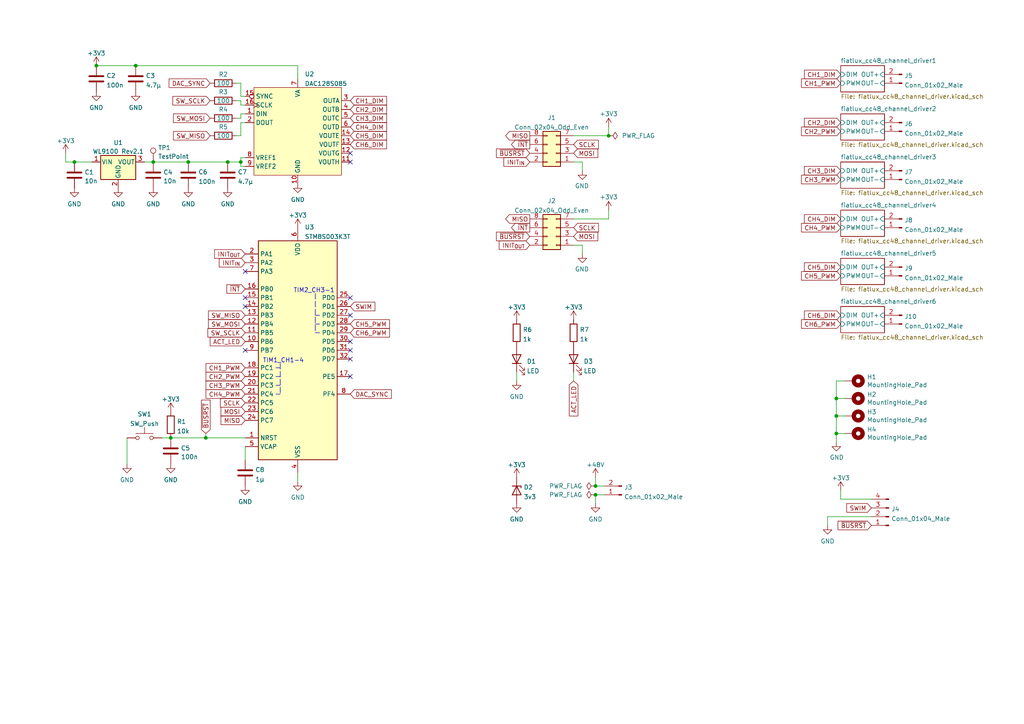
<source format=kicad_sch>
(kicad_sch (version 20211123) (generator eeschema)
  (paper "A4")
  (lib_symbols
    (symbol "Connector:Conn_01x02_Male" (pin_names (offset 1.016) hide)
      (property "Reference" "J" (at 0 2.54 0))
      (property "Value" "Conn_01x02_Male" (at 0 -5.08 0))
      (symbol "Conn_01x02_Male_1_1"
        (polyline (pts (xy 1.27 -2.54) (xy 0.8636 -2.54)) (stroke (width 0.1524)))
        (polyline (pts (xy 1.27 0) (xy 0.8636 0)) (stroke (width 0.1524)))
        (rectangle (start 0.8636 -2.413) (end 0 -2.667) (stroke (width 0.1524)) (fill (type outline)))
        (rectangle (start 0.8636 0.127) (end 0 -0.127) (stroke (width 0.1524)) (fill (type outline)))
        (pin passive line (at 5.08 0 180) (length 3.81) (name "Pin_1") (number "1"))
        (pin passive line (at 5.08 -2.54 180) (length 3.81) (name "Pin_2") (number "2"))
      )
    )
    (symbol "Connector:Conn_01x04_Male" (pin_names (offset 1.016) hide)
      (property "Reference" "J" (at 0 5.08 0))
      (property "Value" "Conn_01x04_Male" (at 0 -7.62 0))
      (symbol "Conn_01x04_Male_1_1"
        (polyline (pts (xy 1.27 -5.08) (xy 0.8636 -5.08)) (stroke (width 0.1524)))
        (polyline (pts (xy 1.27 -2.54) (xy 0.8636 -2.54)) (stroke (width 0.1524)))
        (polyline (pts (xy 1.27 0) (xy 0.8636 0)) (stroke (width 0.1524)))
        (polyline (pts (xy 1.27 2.54) (xy 0.8636 2.54)) (stroke (width 0.1524)))
        (rectangle (start 0.8636 -4.953) (end 0 -5.207) (stroke (width 0.1524)) (fill (type outline)))
        (rectangle (start 0.8636 -2.413) (end 0 -2.667) (stroke (width 0.1524)) (fill (type outline)))
        (rectangle (start 0.8636 0.127) (end 0 -0.127) (stroke (width 0.1524)) (fill (type outline)))
        (rectangle (start 0.8636 2.667) (end 0 2.413) (stroke (width 0.1524)) (fill (type outline)))
        (pin passive line (at 5.08 2.54 180) (length 3.81) (name "Pin_1") (number "1"))
        (pin passive line (at 5.08 0 180) (length 3.81) (name "Pin_2") (number "2"))
        (pin passive line (at 5.08 -2.54 180) (length 3.81) (name "Pin_3") (number "3"))
        (pin passive line (at 5.08 -5.08 180) (length 3.81) (name "Pin_4") (number "4"))
      )
    )
    (symbol "Connector:TestPoint" (pin_numbers hide) (pin_names (offset 0.762) hide)
      (property "Reference" "TP" (at 0 6.858 0))
      (property "Value" "TestPoint" (at 0 5.08 0))
      (symbol "TestPoint_0_1"
        (circle (center 0 3.302) (radius 0.762))
      )
      (symbol "TestPoint_1_1"
        (pin passive line (at 0 0 90) (length 2.54) (name "1") (number "1"))
      )
    )
    (symbol "Connector_Generic:Conn_02x04_Odd_Even" (pin_names (offset 1.016) hide)
      (property "Reference" "J" (at 1.27 5.08 0))
      (property "Value" "Conn_02x04_Odd_Even" (at 1.27 -7.62 0))
      (symbol "Conn_02x04_Odd_Even_1_1"
        (rectangle (start -1.27 -4.953) (end 0 -5.207) (stroke (width 0.1524)))
        (rectangle (start -1.27 -2.413) (end 0 -2.667) (stroke (width 0.1524)))
        (rectangle (start -1.27 0.127) (end 0 -0.127) (stroke (width 0.1524)))
        (rectangle (start -1.27 2.667) (end 0 2.413) (stroke (width 0.1524)))
        (rectangle (start -1.27 3.81) (end 3.81 -6.35) (stroke (width 0.254)) (fill (type background)))
        (rectangle (start 3.81 -4.953) (end 2.54 -5.207) (stroke (width 0.1524)))
        (rectangle (start 3.81 -2.413) (end 2.54 -2.667) (stroke (width 0.1524)))
        (rectangle (start 3.81 0.127) (end 2.54 -0.127) (stroke (width 0.1524)))
        (rectangle (start 3.81 2.667) (end 2.54 2.413) (stroke (width 0.1524)))
        (pin passive line (at -5.08 2.54 0) (length 3.81) (name "Pin_1") (number "1"))
        (pin passive line (at 7.62 2.54 180) (length 3.81) (name "Pin_2") (number "2"))
        (pin passive line (at -5.08 0 0) (length 3.81) (name "Pin_3") (number "3"))
        (pin passive line (at 7.62 0 180) (length 3.81) (name "Pin_4") (number "4"))
        (pin passive line (at -5.08 -2.54 0) (length 3.81) (name "Pin_5") (number "5"))
        (pin passive line (at 7.62 -2.54 180) (length 3.81) (name "Pin_6") (number "6"))
        (pin passive line (at -5.08 -5.08 0) (length 3.81) (name "Pin_7") (number "7"))
        (pin passive line (at 7.62 -5.08 180) (length 3.81) (name "Pin_8") (number "8"))
      )
    )
    (symbol "Device:C" (pin_numbers hide) (pin_names (offset 0.254))
      (property "Reference" "C" (at 0.635 2.54 0))
      (property "Value" "C" (at 0.635 -2.54 0))
      (symbol "C_0_1"
        (polyline (pts (xy -2.032 -0.762) (xy 2.032 -0.762)) (stroke (width 0.508)))
        (polyline (pts (xy -2.032 0.762) (xy 2.032 0.762)) (stroke (width 0.508)))
      )
      (symbol "C_1_1"
        (pin passive line (at 0 3.81 270) (length 2.794) (name "~") (number "1"))
        (pin passive line (at 0 -3.81 90) (length 2.794) (name "~") (number "2"))
      )
    )
    (symbol "Device:D_Zener" (pin_numbers hide) (pin_names (offset 1.016) hide)
      (property "Reference" "D" (at 0 2.54 0))
      (property "Value" "D_Zener" (at 0 -2.54 0))
      (symbol "D_Zener_0_1"
        (polyline (pts (xy 1.27 0) (xy -1.27 0)))
        (polyline (pts (xy -1.27 -1.27) (xy -1.27 1.27) (xy -0.762 1.27)) (stroke (width 0.254)))
        (polyline (pts (xy 1.27 -1.27) (xy 1.27 1.27) (xy -1.27 0) (xy 1.27 -1.27)) (stroke (width 0.254)))
      )
      (symbol "D_Zener_1_1"
        (pin passive line (at -3.81 0 0) (length 2.54) (name "K") (number "1"))
        (pin passive line (at 3.81 0 180) (length 2.54) (name "A") (number "2"))
      )
    )
    (symbol "Device:LED" (pin_numbers hide) (pin_names (offset 1.016) hide)
      (property "Reference" "D" (at 0 2.54 0))
      (property "Value" "LED" (at 0 -2.54 0))
      (symbol "LED_0_1"
        (polyline (pts (xy -1.27 -1.27) (xy -1.27 1.27)) (stroke (width 0.254)))
        (polyline (pts (xy -1.27 0) (xy 1.27 0)))
        (polyline (pts (xy 1.27 -1.27) (xy 1.27 1.27) (xy -1.27 0) (xy 1.27 -1.27)) (stroke (width 0.254)))
        (polyline (pts (xy -3.048 -0.762) (xy -4.572 -2.286) (xy -3.81 -2.286) (xy -4.572 -2.286) (xy -4.572 -1.524)))
        (polyline (pts (xy -1.778 -0.762) (xy -3.302 -2.286) (xy -2.54 -2.286) (xy -3.302 -2.286) (xy -3.302 -1.524)))
      )
      (symbol "LED_1_1"
        (pin passive line (at -3.81 0 0) (length 2.54) (name "K") (number "1"))
        (pin passive line (at 3.81 0 180) (length 2.54) (name "A") (number "2"))
      )
    )
    (symbol "Device:R" (pin_numbers hide) (pin_names (offset 0))
      (property "Reference" "R" (at 2.032 0 90))
      (property "Value" "R" (at 0 0 90))
      (symbol "R_0_1"
        (rectangle (start -1.016 -2.54) (end 1.016 2.54) (stroke (width 0.254)))
      )
      (symbol "R_1_1"
        (pin passive line (at 0 3.81 270) (length 1.27) (name "~") (number "1"))
        (pin passive line (at 0 -3.81 90) (length 1.27) (name "~") (number "2"))
      )
    )
    (symbol "MCU_ST_STM8:STM8S003K3T"
      (property "Reference" "U" (at 1.27 35.56 0))
      (property "Value" "STM8S003K3T" (at 1.27 33.02 0))
      (symbol "STM8S003K3T_0_1"
        (rectangle (start -11.43 31.75) (end 11.43 -31.75) (stroke (width 0.254)) (fill (type background)))
      )
      (symbol "STM8S003K3T_1_1"
        (pin input line (at -15.24 -25.4 0) (length 3.81) (name "NRST") (number "1"))
        (pin bidirectional line (at -15.24 2.54 0) (length 3.81) (name "PB6") (number "10"))
        (pin bidirectional line (at -15.24 5.08 0) (length 3.81) (name "PB5") (number "11"))
        (pin bidirectional line (at -15.24 7.62 0) (length 3.81) (name "PB4") (number "12"))
        (pin bidirectional line (at -15.24 10.16 0) (length 3.81) (name "PB3") (number "13"))
        (pin bidirectional line (at -15.24 12.7 0) (length 3.81) (name "PB2") (number "14"))
        (pin bidirectional line (at -15.24 15.24 0) (length 3.81) (name "PB1") (number "15"))
        (pin bidirectional line (at -15.24 17.78 0) (length 3.81) (name "PB0") (number "16"))
        (pin bidirectional line (at 15.24 -7.62 180) (length 3.81) (name "PE5") (number "17"))
        (pin bidirectional line (at -15.24 -5.08 0) (length 3.81) (name "PC1") (number "18"))
        (pin bidirectional line (at -15.24 -7.62 0) (length 3.81) (name "PC2") (number "19"))
        (pin bidirectional line (at -15.24 27.94 0) (length 3.81) (name "PA1") (number "2"))
        (pin bidirectional line (at -15.24 -10.16 0) (length 3.81) (name "PC3") (number "20"))
        (pin bidirectional line (at -15.24 -12.7 0) (length 3.81) (name "PC4") (number "21"))
        (pin bidirectional line (at -15.24 -15.24 0) (length 3.81) (name "PC5") (number "22"))
        (pin bidirectional line (at -15.24 -17.78 0) (length 3.81) (name "PC6") (number "23"))
        (pin bidirectional line (at -15.24 -20.32 0) (length 3.81) (name "PC7") (number "24"))
        (pin bidirectional line (at 15.24 15.24 180) (length 3.81) (name "PD0") (number "25"))
        (pin bidirectional line (at 15.24 12.7 180) (length 3.81) (name "PD1") (number "26"))
        (pin bidirectional line (at 15.24 10.16 180) (length 3.81) (name "PD2") (number "27"))
        (pin bidirectional line (at 15.24 7.62 180) (length 3.81) (name "PD3") (number "28"))
        (pin bidirectional line (at 15.24 5.08 180) (length 3.81) (name "PD4") (number "29"))
        (pin bidirectional line (at -15.24 25.4 0) (length 3.81) (name "PA2") (number "3"))
        (pin bidirectional line (at 15.24 2.54 180) (length 3.81) (name "PD5") (number "30"))
        (pin bidirectional line (at 15.24 0 180) (length 3.81) (name "PD6") (number "31"))
        (pin bidirectional line (at 15.24 -2.54 180) (length 3.81) (name "PD7") (number "32"))
        (pin power_in line (at 0 -35.56 90) (length 3.81) (name "VSS") (number "4"))
        (pin input line (at -15.24 -27.94 0) (length 3.81) (name "VCAP") (number "5"))
        (pin power_in line (at 0 35.56 270) (length 3.81) (name "VDD") (number "6"))
        (pin bidirectional line (at -15.24 22.86 0) (length 3.81) (name "PA3") (number "7"))
        (pin bidirectional line (at 15.24 -12.7 180) (length 3.81) (name "PF4") (number "8"))
        (pin bidirectional line (at -15.24 0 0) (length 3.81) (name "PB7") (number "9"))
      )
    )
    (symbol "Mechanical:MountingHole_Pad" (pin_numbers hide) (pin_names (offset 1.016) hide)
      (property "Reference" "H" (at 0 6.35 0))
      (property "Value" "MountingHole_Pad" (at 0 4.445 0))
      (symbol "MountingHole_Pad_0_1"
        (circle (center 0 1.27) (radius 1.27) (stroke (width 1.27)))
      )
      (symbol "MountingHole_Pad_1_1"
        (pin input line (at 0 -2.54 90) (length 2.54) (name "1") (number "1"))
      )
    )
    (symbol "Regulator_Linear:AP2204R-3.0" (pin_names (offset 0.254))
      (property "Reference" "U" (at -5.08 3.175 0))
      (property "Value" "AP2204R-3.0" (at 0 3.175 0))
      (symbol "AP2204R-3.0_0_1"
        (rectangle (start -5.08 1.905) (end 5.08 -5.08) (stroke (width 0.254)) (fill (type background)))
      )
      (symbol "AP2204R-3.0_1_1"
        (pin power_in line (at -7.62 0 0) (length 2.54) (name "VIN") (number "1"))
        (pin power_in line (at 0 -7.62 90) (length 2.54) (name "GND") (number "2"))
        (pin power_out line (at 7.62 0 180) (length 2.54) (name "VOUT") (number "3"))
      )
    )
    (symbol "Switch:SW_Push" (pin_numbers hide) (pin_names (offset 1.016) hide)
      (property "Reference" "SW" (at 1.27 2.54 0))
      (property "Value" "SW_Push" (at 0 -1.524 0))
      (symbol "SW_Push_0_1"
        (circle (center -2.032 0) (radius 0.508))
        (polyline (pts (xy 0 1.27) (xy 0 3.048)))
        (polyline (pts (xy 2.54 1.27) (xy -2.54 1.27)))
        (circle (center 2.032 0) (radius 0.508))
        (pin passive line (at -5.08 0 0) (length 2.54) (name "1") (number "1"))
        (pin passive line (at 5.08 0 180) (length 2.54) (name "2") (number "2"))
      )
    )
    (symbol "library:DAC128S085"
      (property "Reference" "U2" (at 2.0194 16.6157 0))
      (property "Value" "DAC128S085" (at 2.0194 13.8406 0))
      (symbol "DAC128S085_0_1"
        (rectangle (start -12.7 12.7) (end 12.7 -12.7) (stroke (width 0.1524)) (fill (type background)))
      )
      (symbol "DAC128S085_1_1"
        (pin input line (at -15.24 5.08 0) (length 2.54) (name "DIN") (number "1"))
        (pin power_in line (at 0 -15.24 90) (length 2.54) (name "GND") (number "10"))
        (pin output line (at 15.24 -8.89 180) (length 2.54) (name "VOUTH") (number "11"))
        (pin output line (at 15.24 -6.35 180) (length 2.54) (name "VOUTG") (number "12"))
        (pin output line (at 15.24 -3.81 180) (length 2.54) (name "VOUTF") (number "13"))
        (pin output line (at 15.24 -1.27 180) (length 2.54) (name "VOUTE") (number "14"))
        (pin input inverted (at -15.24 10.16 0) (length 2.54) (name "SYNC") (number "15"))
        (pin input clock (at -15.24 7.62 0) (length 2.54) (name "SCLK") (number "16"))
        (pin output line (at -15.24 2.54 0) (length 2.54) (name "DOUT") (number "2"))
        (pin output line (at 15.24 8.89 180) (length 2.54) (name "OUTA") (number "3"))
        (pin output line (at 15.24 6.35 180) (length 2.54) (name "OUTB") (number "4"))
        (pin output line (at 15.24 3.81 180) (length 2.54) (name "OUTC") (number "5"))
        (pin output line (at 15.24 1.27 180) (length 2.54) (name "OUTD") (number "6"))
        (pin power_in line (at 0 15.24 270) (length 2.54) (name "VA") (number "7"))
        (pin input line (at -15.24 -7.62 0) (length 2.54) (name "VREF1") (number "8"))
        (pin input line (at -15.24 -10.16 0) (length 2.54) (name "VREF2") (number "9"))
      )
    )
    (symbol "power:+3.3V" (power) (pin_names (offset 0))
      (property "Value" "+3.3V" (at 0 3.556 0))
      (symbol "+3.3V_0_1"
        (polyline (pts (xy -0.762 1.27) (xy 0 2.54)))
        (polyline (pts (xy 0 0) (xy 0 2.54)))
        (polyline (pts (xy 0 2.54) (xy 0.762 1.27)))
      )
      (symbol "+3.3V_1_1"
        (pin power_in line (at 0 0 90) (length 0) hide (name "+3V3") (number "1"))
      )
    )
    (symbol "power:+3V3" (power) (pin_names (offset 0))
      (property "Value" "+3V3" (at 0 3.556 0))
      (symbol "+3V3_0_1"
        (polyline (pts (xy -0.762 1.27) (xy 0 2.54)))
        (polyline (pts (xy 0 0) (xy 0 2.54)))
        (polyline (pts (xy 0 2.54) (xy 0.762 1.27)))
      )
      (symbol "+3V3_1_1"
        (pin power_in line (at 0 0 90) (length 0) hide (name "+3V3") (number "1"))
      )
    )
    (symbol "power:+48V" (power) (pin_names (offset 0))
      (property "Value" "+48V" (at 0 3.556 0))
      (symbol "+48V_0_1"
        (polyline (pts (xy -0.762 1.27) (xy 0 2.54)))
        (polyline (pts (xy 0 0) (xy 0 2.54)))
        (polyline (pts (xy 0 2.54) (xy 0.762 1.27)))
      )
      (symbol "+48V_1_1"
        (pin power_in line (at 0 0 90) (length 0) hide (name "+48V") (number "1"))
      )
    )
    (symbol "power:GND" (power) (pin_names (offset 0))
      (property "Value" "GND" (at 0 -3.81 0))
      (symbol "GND_0_1"
        (polyline (pts (xy 0 0) (xy 0 -1.27) (xy 1.27 -1.27) (xy 0 -2.54) (xy -1.27 -1.27) (xy 0 -1.27)))
      )
      (symbol "GND_1_1"
        (pin power_in line (at 0 0 270) (length 0) hide (name "GND") (number "1"))
      )
    )
    (symbol "power:PWR_FLAG" (power) (pin_numbers hide) (pin_names (offset 0) hide)
      (property "Value" "PWR_FLAG" (at 0 3.81 0))
      (symbol "PWR_FLAG_0_0"
        (pin power_out line (at 0 0 90) (length 0) (name "pwr") (number "1"))
      )
      (symbol "PWR_FLAG_0_1"
        (polyline (pts (xy 0 0) (xy 0 1.27) (xy -1.016 1.905) (xy 0 2.54) (xy 1.016 1.905) (xy 0 1.27)))
      )
    )
  )
  (junction (at 44.45 46.99))
  (junction (at 242.57 115.57))
  (junction (at 172.72 140.97))
  (junction (at 66.04 46.99))
  (junction (at 39.37 19.05))
  (junction (at 69.85 46.99))
  (junction (at 21.59 46.99))
  (junction (at 242.57 125.73))
  (junction (at 172.72 143.51))
  (junction (at 54.61 46.99))
  (junction (at 27.94 19.05))
  (junction (at 242.57 120.65))
  (junction (at 49.53 127))
  (junction (at 176.53 39.37))
  (junction (at 59.69 127))
  (no_connect (at 101.6 109.22))
  (no_connect (at 101.6 44.45))
  (no_connect (at 101.6 46.99))
  (no_connect (at 101.6 101.6))
  (no_connect (at 101.6 99.06))
  (no_connect (at 101.6 104.14))
  (no_connect (at 71.12 88.9))
  (no_connect (at 101.6 86.36))
  (no_connect (at 71.12 78.74))
  (no_connect (at 71.12 101.6))
  (no_connect (at 71.12 86.36))
  (no_connect (at 101.6 91.44))
  (wire (pts (xy 69.85 27.94) (xy 69.85 24.13)))
  (wire (pts (xy 86.36 19.05) (xy 86.36 22.86)))
  (wire (pts (xy 27.94 19.05) (xy 39.37 19.05)))
  (wire (pts (xy 243.84 144.78) (xy 243.84 142.24)))
  (wire (pts (xy 69.85 46.99) (xy 69.85 48.26)))
  (wire (pts (xy 176.53 36.83) (xy 176.53 39.37)))
  (polyline (pts (xy 91.44 91.44) (xy 92.71 91.44)))
  (wire (pts (xy 59.69 127) (xy 71.12 127)))
  (wire (pts (xy 69.85 39.37) (xy 68.58 39.37)))
  (wire (pts (xy 39.37 19.05) (xy 86.36 19.05)))
  (wire (pts (xy 19.05 46.99) (xy 21.59 46.99)))
  (wire (pts (xy 252.73 144.78) (xy 243.84 144.78)))
  (wire (pts (xy 242.57 115.57) (xy 242.57 120.65)))
  (wire (pts (xy 69.85 24.13) (xy 68.58 24.13)))
  (wire (pts (xy 242.57 115.57) (xy 245.11 115.57)))
  (wire (pts (xy 166.37 46.99) (xy 168.91 46.99)))
  (polyline (pts (xy 91.44 85.09) (xy 91.44 96.52)))
  (wire (pts (xy 69.85 45.72) (xy 69.85 46.99)))
  (wire (pts (xy 66.04 46.99) (xy 69.85 46.99)))
  (wire (pts (xy 172.72 140.97) (xy 175.26 140.97)))
  (wire (pts (xy 242.57 125.73) (xy 242.57 128.27)))
  (wire (pts (xy 44.45 46.99) (xy 54.61 46.99)))
  (polyline (pts (xy 91.44 93.98) (xy 92.71 93.98)))
  (wire (pts (xy 176.53 39.37) (xy 166.37 39.37)))
  (wire (pts (xy 41.91 46.99) (xy 44.45 46.99)))
  (wire (pts (xy 240.03 149.86) (xy 240.03 152.4)))
  (wire (pts (xy 242.57 120.65) (xy 245.11 120.65)))
  (wire (pts (xy 168.91 46.99) (xy 168.91 49.53)))
  (polyline (pts (xy 80.01 111.76) (xy 81.28 111.76)))
  (wire (pts (xy 69.85 45.72) (xy 71.12 45.72)))
  (wire (pts (xy 240.03 149.86) (xy 252.73 149.86)))
  (wire (pts (xy 49.53 127) (xy 59.69 127)))
  (polyline (pts (xy 80.01 109.22) (xy 81.28 109.22)))
  (polyline (pts (xy 91.44 96.52) (xy 92.71 96.52)))
  (wire (pts (xy 21.59 46.99) (xy 26.67 46.99)))
  (wire (pts (xy 175.26 143.51) (xy 172.72 143.51)))
  (wire (pts (xy 69.85 30.48) (xy 71.12 30.48)))
  (wire (pts (xy 168.91 71.12) (xy 168.91 73.66)))
  (wire (pts (xy 46.99 127) (xy 49.53 127)))
  (wire (pts (xy 242.57 110.49) (xy 242.57 115.57)))
  (wire (pts (xy 36.83 127) (xy 36.83 134.62)))
  (wire (pts (xy 176.53 63.5) (xy 166.37 63.5)))
  (wire (pts (xy 172.72 138.43) (xy 172.72 140.97)))
  (wire (pts (xy 71.12 48.26) (xy 69.85 48.26)))
  (wire (pts (xy 69.85 33.02) (xy 69.85 34.29)))
  (wire (pts (xy 71.12 33.02) (xy 69.85 33.02)))
  (wire (pts (xy 69.85 29.21) (xy 69.85 30.48)))
  (polyline (pts (xy 80.01 114.3) (xy 81.28 114.3)))
  (wire (pts (xy 176.53 60.96) (xy 176.53 63.5)))
  (wire (pts (xy 149.86 107.95) (xy 149.86 110.49)))
  (wire (pts (xy 245.11 110.49) (xy 242.57 110.49)))
  (wire (pts (xy 71.12 27.94) (xy 69.85 27.94)))
  (wire (pts (xy 71.12 35.56) (xy 69.85 35.56)))
  (polyline (pts (xy 81.28 105.41) (xy 81.28 114.3)))
  (wire (pts (xy 86.36 137.16) (xy 86.36 139.7)))
  (wire (pts (xy 68.58 34.29) (xy 69.85 34.29)))
  (wire (pts (xy 172.72 143.51) (xy 172.72 146.05)))
  (polyline (pts (xy 80.01 106.68) (xy 81.28 106.68)))
  (wire (pts (xy 166.37 71.12) (xy 168.91 71.12)))
  (wire (pts (xy 245.11 125.73) (xy 242.57 125.73)))
  (wire (pts (xy 59.69 125.73) (xy 59.69 127)))
  (wire (pts (xy 68.58 29.21) (xy 69.85 29.21)))
  (wire (pts (xy 71.12 129.54) (xy 71.12 133.35)))
  (wire (pts (xy 19.05 46.99) (xy 19.05 44.45)))
  (wire (pts (xy 242.57 120.65) (xy 242.57 125.73)))
  (wire (pts (xy 166.37 107.95) (xy 166.37 110.49)))
  (wire (pts (xy 54.61 46.99) (xy 66.04 46.99)))
  (wire (pts (xy 69.85 35.56) (xy 69.85 39.37)))
  (text "TIM1_CH1-4" (at 76.2 105.41 0) (effects (font (size 1.27 1.27)) (justify left bottom)))
  (text "TIM2_CH3-1" (at 85.09 85.09 0) (effects (font (size 1.27 1.27)) (justify left bottom)))
  (global_label "CH6_DIM" (shape input) (at 243.84 91.44 180) (property "Intersheet References" "${INTERSHEET_REFS}" (effects hide)))
  (global_label "SW_SCLK" (shape input) (at 60.96 29.21 180) (property "Intersheet References" "${INTERSHEET_REFS}" (effects hide)))
  (global_label "INIT_{OUT}" (shape input) (at 153.67 71.12 180) (property "Referenzen zwischen Schaltplänen" "${INTERSHEET_REFS}" (effects hide)))
  (global_label "CH2_DIM" (shape input) (at 101.6 31.75 0) (property "Intersheet References" "${INTERSHEET_REFS}" (effects hide)))
  (global_label "CH5_PWM" (shape input) (at 101.6 93.98 0) (property "Intersheet References" "${INTERSHEET_REFS}" (effects hide)))
  (global_label "CH5_DIM" (shape input) (at 243.84 77.47 180) (property "Intersheet References" "${INTERSHEET_REFS}" (effects hide)))
  (global_label "SCLK" (shape input) (at 166.37 66.04 0) (property "Referenzen zwischen Schaltplänen" "${INTERSHEET_REFS}" (effects hide)))
  (global_label "MOSI" (shape input) (at 166.37 68.58 0) (property "Referenzen zwischen Schaltplänen" "${INTERSHEET_REFS}" (effects hide)))
  (global_label "SW_MISO" (shape input) (at 71.12 91.44 180) (property "Intersheet References" "${INTERSHEET_REFS}" (effects hide)))
  (global_label "SW_MOSI" (shape input) (at 71.12 93.98 180) (property "Intersheet References" "${INTERSHEET_REFS}" (effects hide)))
  (global_label "CH2_PWM" (shape input) (at 71.12 109.22 180) (property "Intersheet References" "${INTERSHEET_REFS}" (effects hide)))
  (global_label "CH4_PWM" (shape input) (at 71.12 114.3 180) (property "Intersheet References" "${INTERSHEET_REFS}" (effects hide)))
  (global_label "~{BUSRST}" (shape input) (at 252.73 152.4 180) (property "Referenzen zwischen Schaltplänen" "${INTERSHEET_REFS}" (effects hide)))
  (global_label "ACT_LED" (shape input) (at 166.37 110.49 270) (property "Intersheet References" "${INTERSHEET_REFS}" (effects hide)))
  (global_label "INIT_{IN}" (shape input) (at 153.67 46.99 180) (property "Referenzen zwischen Schaltplänen" "${INTERSHEET_REFS}" (effects hide)))
  (global_label "SCLK" (shape input) (at 166.37 41.91 0) (property "Referenzen zwischen Schaltplänen" "${INTERSHEET_REFS}" (effects hide)))
  (global_label "MOSI" (shape input) (at 166.37 44.45 0) (property "Referenzen zwischen Schaltplänen" "${INTERSHEET_REFS}" (effects hide)))
  (global_label "~{INT}" (shape output) (at 153.67 41.91 180) (property "Referenzen zwischen Schaltplänen" "${INTERSHEET_REFS}" (effects hide)))
  (global_label "SWIM" (shape input) (at 101.6 88.9 0) (property "Intersheet References" "${INTERSHEET_REFS}" (effects hide)))
  (global_label "CH1_DIM" (shape input) (at 101.6 29.21 0) (property "Intersheet References" "${INTERSHEET_REFS}" (effects hide)))
  (global_label "SWIM" (shape input) (at 252.73 147.32 180) (property "Intersheet References" "${INTERSHEET_REFS}" (effects hide)))
  (global_label "CH3_DIM" (shape input) (at 101.6 34.29 0) (property "Intersheet References" "${INTERSHEET_REFS}" (effects hide)))
  (global_label "SW_MOSI" (shape input) (at 60.96 34.29 180) (property "Intersheet References" "${INTERSHEET_REFS}" (effects hide)))
  (global_label "MISO" (shape output) (at 153.67 63.5 180) (property "Referenzen zwischen Schaltplänen" "${INTERSHEET_REFS}" (effects hide)))
  (global_label "~{INT}" (shape output) (at 153.67 66.04 180) (property "Referenzen zwischen Schaltplänen" "${INTERSHEET_REFS}" (effects hide)))
  (global_label "CH6_PWM" (shape input) (at 243.84 93.98 180) (property "Intersheet References" "${INTERSHEET_REFS}" (effects hide)))
  (global_label "CH3_DIM" (shape input) (at 243.84 49.53 180) (property "Intersheet References" "${INTERSHEET_REFS}" (effects hide)))
  (global_label "CH3_PWM" (shape input) (at 71.12 111.76 180) (property "Intersheet References" "${INTERSHEET_REFS}" (effects hide)))
  (global_label "CH1_PWM" (shape input) (at 71.12 106.68 180) (property "Intersheet References" "${INTERSHEET_REFS}" (effects hide)))
  (global_label "MOSI" (shape input) (at 71.12 119.38 180) (property "Intersheet References" "${INTERSHEET_REFS}" (effects hide)))
  (global_label "SW_SCLK" (shape input) (at 71.12 96.52 180) (property "Intersheet References" "${INTERSHEET_REFS}" (effects hide)))
  (global_label "CH4_DIM" (shape input) (at 243.84 63.5 180) (property "Intersheet References" "${INTERSHEET_REFS}" (effects hide)))
  (global_label "DAC_SYNC" (shape input) (at 60.96 24.13 180) (property "Intersheet References" "${INTERSHEET_REFS}" (effects hide)))
  (global_label "SCLK" (shape input) (at 71.12 116.84 180) (property "Intersheet References" "${INTERSHEET_REFS}" (effects hide)))
  (global_label "~{BUSRST}" (shape input) (at 153.67 44.45 180) (property "Referenzen zwischen Schaltplänen" "${INTERSHEET_REFS}" (effects hide)))
  (global_label "CH3_PWM" (shape input) (at 243.84 52.07 180) (property "Intersheet References" "${INTERSHEET_REFS}" (effects hide)))
  (global_label "DAC_SYNC" (shape input) (at 101.6 114.3 0) (property "Intersheet References" "${INTERSHEET_REFS}" (effects hide)))
  (global_label "MISO" (shape output) (at 153.67 39.37 180) (property "Referenzen zwischen Schaltplänen" "${INTERSHEET_REFS}" (effects hide)))
  (global_label "CH5_DIM" (shape input) (at 101.6 39.37 0) (property "Intersheet References" "${INTERSHEET_REFS}" (effects hide)))
  (global_label "INIT_{IN}" (shape input) (at 71.12 76.2 180) (property "Intersheet References" "${INTERSHEET_REFS}" (effects hide)))
  (global_label "~{BUSRST}" (shape input) (at 59.69 125.73 90) (property "Referenzen zwischen Schaltplänen" "${INTERSHEET_REFS}" (effects hide)))
  (global_label "CH2_PWM" (shape input) (at 243.84 38.1 180) (property "Intersheet References" "${INTERSHEET_REFS}" (effects hide)))
  (global_label "SW_MISO" (shape input) (at 60.96 39.37 180) (property "Intersheet References" "${INTERSHEET_REFS}" (effects hide)))
  (global_label "INIT_{OUT}" (shape input) (at 71.12 73.66 180) (property "Intersheet References" "${INTERSHEET_REFS}" (effects hide)))
  (global_label "CH5_PWM" (shape input) (at 243.84 80.01 180) (property "Intersheet References" "${INTERSHEET_REFS}" (effects hide)))
  (global_label "CH2_DIM" (shape input) (at 243.84 35.56 180) (property "Intersheet References" "${INTERSHEET_REFS}" (effects hide)))
  (global_label "CH4_PWM" (shape input) (at 243.84 66.04 180) (property "Intersheet References" "${INTERSHEET_REFS}" (effects hide)))
  (global_label "CH6_PWM" (shape input) (at 101.6 96.52 0) (property "Intersheet References" "${INTERSHEET_REFS}" (effects hide)))
  (global_label "~{INT}" (shape input) (at 71.12 83.82 180) (property "Intersheet References" "${INTERSHEET_REFS}" (effects hide)))
  (global_label "CH6_DIM" (shape input) (at 101.6 41.91 0) (property "Intersheet References" "${INTERSHEET_REFS}" (effects hide)))
  (global_label "ACT_LED" (shape input) (at 71.12 99.06 180) (property "Intersheet References" "${INTERSHEET_REFS}" (effects hide)))
  (global_label "MISO" (shape input) (at 71.12 121.92 180) (property "Intersheet References" "${INTERSHEET_REFS}" (effects hide)))
  (global_label "CH1_PWM" (shape input) (at 243.84 24.13 180) (property "Intersheet References" "${INTERSHEET_REFS}" (effects hide)))
  (global_label "CH1_DIM" (shape input) (at 243.84 21.59 180) (property "Intersheet References" "${INTERSHEET_REFS}" (effects hide)))
  (global_label "~{BUSRST}" (shape input) (at 153.67 68.58 180) (property "Referenzen zwischen Schaltplänen" "${INTERSHEET_REFS}" (effects hide)))
  (global_label "CH4_DIM" (shape input) (at 101.6 36.83 0) (property "Intersheet References" "${INTERSHEET_REFS}" (effects hide)))
  (symbol (lib_id "Mechanical:MountingHole_Pad") (at 247.65 125.73 270) (unit 1)
    (property "Reference" "H4" (at 251.46 124.5616 90) (effects (justify left)))
    (property "Value" "MountingHole_Pad" (at 251.46 126.873 90) (effects (justify left)))
    (property "Footprint" "MountingHole:MountingHole_2.2mm_M2_Pad_Via" (effects hide))
    (property "LCSC" "-" (effects hide))
  )
  (symbol (lib_id "Device:LED") (at 166.37 104.14 90) (unit 1)
    (property "Reference" "D3" (at 169.291 104.819 90) (effects (justify right)))
    (property "Value" "LED" (at 169.291 107.5941 90) (effects (justify right)))
    (property "Footprint" "LED_SMD:LED_0805_2012Metric" (effects hide))
  )
  (symbol (lib_id "power:PWR_FLAG") (at 172.72 140.97 90) (unit 1)
    (property "Reference" "#FLG01" (effects hide))
    (property "Value" "PWR_FLAG" (at 168.91 140.9699 90) (effects (justify left)))
  )
  (symbol (lib_id "Device:C") (at 21.59 50.8 0) (unit 1)
    (property "Reference" "C1" (at 24.511 49.9653 0) (effects (justify left)))
    (property "Value" "10n" (at 24.511 52.5022 0) (effects (justify left)))
    (property "Footprint" "Capacitor_SMD:C_0805_2012Metric" (effects hide))
  )
  (symbol (lib_id "Device:D_Zener") (at 149.86 142.24 270) (unit 1)
    (property "Reference" "D2" (at 151.892 141.3315 90) (effects (justify left)))
    (property "Value" "3v3" (at 151.892 144.1066 90) (effects (justify left)))
    (property "Footprint" "Diode_SMD:D_MiniMELF" (effects hide))
  )
  (symbol (lib_id "power:GND") (at 71.12 140.97 0) (unit 1)
    (property "Reference" "#PWR013" (effects hide))
    (property "Value" "GND" (at 71.12 145.5325 0))
  )
  (symbol (lib_id "Connector:TestPoint") (at 44.45 46.99 0) (unit 1)
    (property "Reference" "TP1" (at 45.847 42.8533 0) (effects (justify left)))
    (property "Value" "TestPoint" (at 45.847 45.3902 0) (effects (justify left)))
    (property "Footprint" "TestPoint:TestPoint_Pad_D1.0mm" (effects hide))
  )
  (symbol (lib_id "Device:C") (at 27.94 22.86 0) (unit 1)
    (property "Reference" "C2" (at 30.861 21.9515 0) (effects (justify left)))
    (property "Value" "100n" (at 30.861 24.7266 0) (effects (justify left)))
    (property "Footprint" "Capacitor_SMD:C_0805_2012Metric" (effects hide))
  )
  (symbol (lib_id "power:GND") (at 66.04 54.61 0) (unit 1)
    (property "Reference" "#PWR012" (effects hide))
    (property "Value" "GND" (at 66.04 59.1725 0))
  )
  (symbol (lib_id "Device:R") (at 149.86 96.52 0) (unit 1)
    (property "Reference" "R6" (at 151.638 95.6115 0) (effects (justify left)))
    (property "Value" "1k" (at 151.638 98.3866 0) (effects (justify left)))
    (property "Footprint" "Resistor_SMD:R_0603_1608Metric" (effects hide))
  )
  (symbol (lib_id "Connector:Conn_01x02_Male") (at 261.62 38.1 180) (unit 1)
    (property "Reference" "J6" (at 262.3312 35.9215 0) (effects (justify right)))
    (property "Value" "Conn_01x02_Male" (at 262.3312 38.6966 0) (effects (justify right)))
    (property "Footprint" "TerminalBlock:TerminalBlock_bornier-2_P5.08mm" (effects hide))
  )
  (symbol (lib_id "Connector:Conn_01x02_Male") (at 180.34 143.51 180) (unit 1)
    (property "Reference" "J3" (at 181.0512 141.3315 0) (effects (justify right)))
    (property "Value" "Conn_01x02_Male" (at 181.0512 144.1066 0) (effects (justify right)))
    (property "Footprint" "TerminalBlock:TerminalBlock_bornier-2_P5.08mm" (effects hide))
  )
  (symbol (lib_id "power:+3V3") (at 19.05 44.45 0) (unit 1)
    (property "Reference" "#PWR01" (effects hide))
    (property "Value" "+3V3" (at 19.05 40.8455 0))
  )
  (symbol (lib_id "Mechanical:MountingHole_Pad") (at 247.65 115.57 270) (unit 1)
    (property "Reference" "H2" (at 251.46 114.4016 90) (effects (justify left)))
    (property "Value" "MountingHole_Pad" (at 251.46 116.713 90) (effects (justify left)))
    (property "Footprint" "MountingHole:MountingHole_2.2mm_M2_Pad_Via" (effects hide))
    (property "LCSC" "-" (effects hide))
  )
  (symbol (lib_id "power:GND") (at 39.37 26.67 0) (unit 1)
    (property "Reference" "#PWR07" (effects hide))
    (property "Value" "GND" (at 39.37 31.2325 0))
  )
  (symbol (lib_id "Device:R") (at 166.37 96.52 0) (unit 1)
    (property "Reference" "R7" (at 168.148 95.6115 0) (effects (justify left)))
    (property "Value" "1k" (at 168.148 98.3866 0) (effects (justify left)))
    (property "Footprint" "Resistor_SMD:R_0603_1608Metric" (effects hide))
  )
  (symbol (lib_id "Connector:Conn_01x02_Male") (at 261.62 80.01 180) (unit 1)
    (property "Reference" "J9" (at 262.3312 77.8315 0) (effects (justify right)))
    (property "Value" "Conn_01x02_Male" (at 262.3312 80.6066 0) (effects (justify right)))
    (property "Footprint" "TerminalBlock:TerminalBlock_bornier-2_P5.08mm" (effects hide))
  )
  (symbol (lib_id "power:GND") (at 242.57 128.27 0) (unit 1)
    (property "Reference" "#PWR029" (effects hide))
    (property "Value" "GND" (at 242.697 132.6642 0))
  )
  (symbol (lib_id "Device:C") (at 66.04 50.8 0) (unit 1)
    (property "Reference" "C7" (at 68.961 49.8915 0) (effects (justify left)))
    (property "Value" "4.7µ" (at 68.961 52.6666 0) (effects (justify left)))
    (property "Footprint" "Capacitor_SMD:C_0805_2012Metric" (effects hide))
  )
  (symbol (lib_id "Connector:Conn_01x02_Male") (at 261.62 66.04 180) (unit 1)
    (property "Reference" "J8" (at 262.3312 63.8615 0) (effects (justify right)))
    (property "Value" "Conn_01x02_Male" (at 262.3312 66.6366 0) (effects (justify right)))
    (property "Footprint" "TerminalBlock:TerminalBlock_bornier-2_P5.08mm" (effects hide))
  )
  (symbol (lib_id "power:GND") (at 27.94 26.67 0) (unit 1)
    (property "Reference" "#PWR04" (effects hide))
    (property "Value" "GND" (at 27.94 31.2325 0))
  )
  (symbol (lib_id "Device:C") (at 54.61 50.8 0) (unit 1)
    (property "Reference" "C6" (at 57.531 49.8915 0) (effects (justify left)))
    (property "Value" "100n" (at 57.531 52.6666 0) (effects (justify left)))
    (property "Footprint" "Capacitor_SMD:C_0805_2012Metric" (effects hide))
  )
  (symbol (lib_id "Device:C") (at 44.45 50.8 0) (unit 1)
    (property "Reference" "C4" (at 47.371 49.9653 0) (effects (justify left)))
    (property "Value" "10n" (at 47.371 52.5022 0) (effects (justify left)))
    (property "Footprint" "Capacitor_SMD:C_0805_2012Metric" (effects hide))
  )
  (symbol (lib_id "power:+48V") (at 172.72 138.43 0) (unit 1)
    (property "Reference" "#PWR024" (effects hide))
    (property "Value" "+48V" (at 172.72 134.8255 0))
  )
  (symbol (lib_id "Device:R") (at 64.77 24.13 90) (unit 1)
    (property "Reference" "R2" (at 64.77 21.59 90))
    (property "Value" "100" (at 64.77 24.13 90))
    (property "Footprint" "Resistor_SMD:R_0603_1608Metric" (effects hide))
  )
  (symbol (lib_id "Connector:Conn_01x04_Male") (at 257.81 149.86 180) (unit 1)
    (property "Reference" "J4" (at 258.5212 147.6815 0) (effects (justify right)))
    (property "Value" "Conn_01x04_Male" (at 258.5212 150.4566 0) (effects (justify right)))
    (property "Footprint" "Connector_PinHeader_2.54mm:PinHeader_1x04_P2.54mm_Vertical" (effects hide))
  )
  (symbol (lib_id "Device:C") (at 49.53 130.81 0) (unit 1)
    (property "Reference" "C5" (at 52.451 129.9753 0) (effects (justify left)))
    (property "Value" "100n" (at 52.451 132.5122 0) (effects (justify left)))
    (property "Footprint" "Capacitor_SMD:C_0805_2012Metric" (effects hide))
  )
  (symbol (lib_id "Connector:Conn_01x02_Male") (at 261.62 52.07 180) (unit 1)
    (property "Reference" "J7" (at 262.3312 49.8915 0) (effects (justify right)))
    (property "Value" "Conn_01x02_Male" (at 262.3312 52.6666 0) (effects (justify right)))
    (property "Footprint" "TerminalBlock:TerminalBlock_bornier-2_P5.08mm" (effects hide))
  )
  (symbol (lib_id "Device:R") (at 64.77 39.37 90) (unit 1)
    (property "Reference" "R5" (at 64.77 36.83 90))
    (property "Value" "100" (at 64.77 39.37 90))
    (property "Footprint" "Resistor_SMD:R_0603_1608Metric" (effects hide))
  )
  (symbol (lib_id "MCU_ST_STM8:STM8S003K3T") (at 86.36 101.6 0) (unit 1)
    (property "Reference" "U3" (at 88.3794 65.8835 0) (effects (justify left)))
    (property "Value" "STM8S003K3T" (at 88.3794 68.6586 0) (effects (justify left)))
    (property "Footprint" "Package_QFP:LQFP-32_7x7mm_P0.8mm" (effects hide))
    (property "Datasheet" "http://www.st.com/st-web-ui/static/active/en/resource/technical/document/datasheet/DM00024550.pdf" (effects hide))
    (property "LCSC" "C92470" (effects hide))
  )
  (symbol (lib_id "Mechanical:MountingHole_Pad") (at 247.65 120.65 270) (unit 1)
    (property "Reference" "H3" (at 251.46 119.4816 90) (effects (justify left)))
    (property "Value" "MountingHole_Pad" (at 251.46 121.793 90) (effects (justify left)))
    (property "Footprint" "MountingHole:MountingHole_2.2mm_M2_Pad_Via" (effects hide))
    (property "LCSC" "-" (effects hide))
  )
  (symbol (lib_id "power:GND") (at 168.91 49.53 0) (mirror y) (unit 1)
    (property "Reference" "#PWR022" (effects hide))
    (property "Value" "GND" (at 168.783 53.9242 0))
  )
  (symbol (lib_id "power:GND") (at 36.83 134.62 0) (unit 1)
    (property "Reference" "#PWR06" (effects hide))
    (property "Value" "GND" (at 36.83 139.1825 0))
  )
  (symbol (lib_id "Connector:Conn_01x02_Male") (at 261.62 93.98 180) (unit 1)
    (property "Reference" "J10" (at 262.3312 91.8015 0) (effects (justify right)))
    (property "Value" "Conn_01x02_Male" (at 262.3312 94.5766 0) (effects (justify right)))
    (property "Footprint" "TerminalBlock:TerminalBlock_bornier-2_P5.08mm" (effects hide))
  )
  (symbol (lib_id "power:GND") (at 240.03 152.4 0) (unit 1)
    (property "Reference" "#PWR028" (effects hide))
    (property "Value" "GND" (at 240.03 156.9625 0))
  )
  (symbol (lib_id "power:GND") (at 54.61 54.61 0) (unit 1)
    (property "Reference" "#PWR011" (effects hide))
    (property "Value" "GND" (at 54.61 59.1725 0))
  )
  (symbol (lib_id "power:+3.3V") (at 176.53 60.96 0) (unit 1)
    (property "Reference" "#PWR027" (effects hide))
    (property "Value" "+3.3V" (at 176.53 57.15 0))
  )
  (symbol (lib_id "Device:R") (at 49.53 123.19 0) (unit 1)
    (property "Reference" "R1" (at 51.308 122.2815 0) (effects (justify left)))
    (property "Value" "10k" (at 51.308 125.0566 0) (effects (justify left)))
    (property "Footprint" "Resistor_SMD:R_0603_1608Metric" (effects hide))
  )
  (symbol (lib_id "Regulator_Linear:AP2204R-3.0") (at 34.29 46.99 0) (unit 1)
    (property "Reference" "U1" (at 34.29 41.3852 0))
    (property "Value" "WL9100 Rev2.1" (at 34.29 43.9221 0))
    (property "Footprint" "Package_TO_SOT_SMD:SOT-23" (effects hide))
    (property "Datasheet" "https://www.diodes.com/assets/Datasheets/AP2204.pdf" (effects hide))
    (property "LCSC" "C2688240" (effects hide))
  )
  (symbol (lib_id "library:DAC128S085") (at 86.36 38.1 0) (unit 1)
    (property "Reference" "U2" (at 88.3794 21.4843 0) (effects (justify left)))
    (property "Value" "DAC128S085" (at 88.3794 24.2594 0) (effects (justify left)))
    (property "Footprint" "Package_SO:SSOP-16_3.9x4.9mm_P0.635mm" (effects hide))
    (property "LCSC" "C882851" (effects hide))
  )
  (symbol (lib_id "power:+3V3") (at 149.86 92.71 0) (unit 1)
    (property "Reference" "#PWR017" (effects hide))
    (property "Value" "+3V3" (at 149.86 89.1055 0))
  )
  (symbol (lib_id "power:GND") (at 172.72 146.05 0) (unit 1)
    (property "Reference" "#PWR025" (effects hide))
    (property "Value" "GND" (at 172.72 150.6125 0))
  )
  (symbol (lib_id "Mechanical:MountingHole_Pad") (at 247.65 110.49 270) (unit 1)
    (property "Reference" "H1" (at 251.46 109.3216 90) (effects (justify left)))
    (property "Value" "MountingHole_Pad" (at 251.46 111.633 90) (effects (justify left)))
    (property "Footprint" "MountingHole:MountingHole_2.2mm_M2_Pad_Via" (effects hide))
    (property "LCSC" "-" (effects hide))
  )
  (symbol (lib_id "power:GND") (at 168.91 73.66 0) (mirror y) (unit 1)
    (property "Reference" "#PWR023" (effects hide))
    (property "Value" "GND" (at 168.783 78.0542 0))
  )
  (symbol (lib_id "power:GND") (at 149.86 110.49 0) (unit 1)
    (property "Reference" "#PWR018" (effects hide))
    (property "Value" "GND" (at 149.86 115.0525 0))
  )
  (symbol (lib_id "power:+3V3") (at 27.94 19.05 0) (unit 1)
    (property "Reference" "#PWR03" (effects hide))
    (property "Value" "+3V3" (at 27.94 15.4455 0))
  )
  (symbol (lib_id "power:GND") (at 49.53 134.62 0) (unit 1)
    (property "Reference" "#PWR010" (effects hide))
    (property "Value" "GND" (at 49.53 139.1825 0))
  )
  (symbol (lib_id "power:PWR_FLAG") (at 176.53 39.37 270) (unit 1)
    (property "Reference" "#FLG03" (effects hide))
    (property "Value" "PWR_FLAG" (at 180.34 39.3699 90) (effects (justify left)))
  )
  (symbol (lib_id "power:+3V3") (at 166.37 92.71 0) (unit 1)
    (property "Reference" "#PWR021" (effects hide))
    (property "Value" "+3V3" (at 166.37 89.1055 0))
  )
  (symbol (lib_id "power:PWR_FLAG") (at 172.72 143.51 90) (unit 1)
    (property "Reference" "#FLG02" (effects hide))
    (property "Value" "PWR_FLAG" (at 168.91 143.5099 90) (effects (justify left)))
  )
  (symbol (lib_id "power:GND") (at 21.59 54.61 0) (unit 1)
    (property "Reference" "#PWR02" (effects hide))
    (property "Value" "GND" (at 21.59 59.1725 0))
  )
  (symbol (lib_id "Device:C") (at 39.37 22.86 0) (unit 1)
    (property "Reference" "C3" (at 42.291 21.9515 0) (effects (justify left)))
    (property "Value" "4.7µ" (at 42.291 24.7266 0) (effects (justify left)))
    (property "Footprint" "Capacitor_SMD:C_0805_2012Metric" (effects hide))
  )
  (symbol (lib_id "power:+3V3") (at 49.53 119.38 0) (unit 1)
    (property "Reference" "#PWR09" (effects hide))
    (property "Value" "+3V3" (at 49.53 115.7755 0))
  )
  (symbol (lib_id "power:GND") (at 86.36 139.7 0) (unit 1)
    (property "Reference" "#PWR016" (effects hide))
    (property "Value" "GND" (at 86.36 144.2625 0))
  )
  (symbol (lib_id "power:+3V3") (at 243.84 142.24 0) (unit 1)
    (property "Reference" "#PWR030" (effects hide))
    (property "Value" "+3V3" (at 243.84 138.6355 0))
  )
  (symbol (lib_id "power:+3V3") (at 149.86 138.43 0) (unit 1)
    (property "Reference" "#PWR019" (effects hide))
    (property "Value" "+3V3" (at 149.86 134.8255 0))
  )
  (symbol (lib_id "Device:LED") (at 149.86 104.14 90) (unit 1)
    (property "Reference" "D1" (at 152.781 104.819 90) (effects (justify right)))
    (property "Value" "LED" (at 152.781 107.5941 90) (effects (justify right)))
    (property "Footprint" "LED_SMD:LED_0805_2012Metric" (effects hide))
  )
  (symbol (lib_id "Connector:Conn_01x02_Male") (at 261.62 24.13 180) (unit 1)
    (property "Reference" "J5" (at 262.3312 21.9515 0) (effects (justify right)))
    (property "Value" "Conn_01x02_Male" (at 262.3312 24.7266 0) (effects (justify right)))
    (property "Footprint" "TerminalBlock:TerminalBlock_bornier-2_P5.08mm" (effects hide))
  )
  (symbol (lib_id "power:GND") (at 34.29 54.61 0) (unit 1)
    (property "Reference" "#PWR05" (effects hide))
    (property "Value" "GND" (at 34.29 59.1725 0))
  )
  (symbol (lib_id "Device:R") (at 64.77 34.29 90) (unit 1)
    (property "Reference" "R4" (at 64.77 31.75 90))
    (property "Value" "100" (at 64.77 34.29 90))
    (property "Footprint" "Resistor_SMD:R_0603_1608Metric" (effects hide))
  )
  (symbol (lib_id "Connector_Generic:Conn_02x04_Odd_Even") (at 161.29 68.58 180) (unit 1)
    (property "Reference" "J2" (at 160.02 58.2635 0))
    (property "Value" "Conn_02x04_Odd_Even" (at 160.02 61.0386 0))
    (property "Footprint" "Connector_PinHeader_2.54mm:PinHeader_2x04_P2.54mm_Vertical" (effects hide))
  )
  (symbol (lib_id "power:GND") (at 149.86 146.05 0) (unit 1)
    (property "Reference" "#PWR020" (effects hide))
    (property "Value" "GND" (at 149.86 150.6125 0))
  )
  (symbol (lib_id "power:+3V3") (at 86.36 66.04 0) (unit 1)
    (property "Reference" "#PWR015" (effects hide))
    (property "Value" "+3V3" (at 86.36 62.4355 0))
  )
  (symbol (lib_id "power:+3.3V") (at 176.53 36.83 0) (unit 1)
    (property "Reference" "#PWR026" (effects hide))
    (property "Value" "+3.3V" (at 176.53 33.02 0))
  )
  (symbol (lib_id "power:GND") (at 44.45 54.61 0) (unit 1)
    (property "Reference" "#PWR08" (effects hide))
    (property "Value" "GND" (at 44.45 59.1725 0))
  )
  (symbol (lib_id "Device:R") (at 64.77 29.21 90) (unit 1)
    (property "Reference" "R3" (at 64.77 26.67 90))
    (property "Value" "100" (at 64.77 29.21 90))
    (property "Footprint" "Resistor_SMD:R_0603_1608Metric" (effects hide))
  )
  (symbol (lib_id "Connector_Generic:Conn_02x04_Odd_Even") (at 161.29 44.45 180) (unit 1)
    (property "Reference" "J1" (at 160.02 34.1335 0))
    (property "Value" "Conn_02x04_Odd_Even" (at 160.02 36.9086 0))
    (property "Footprint" "Connector_PinHeader_2.54mm:PinHeader_2x04_P2.54mm_Vertical" (effects hide))
  )
  (symbol (lib_id "power:GND") (at 86.36 53.34 0) (unit 1)
    (property "Reference" "#PWR014" (effects hide))
    (property "Value" "GND" (at 86.36 57.9025 0))
  )
  (symbol (lib_id "Device:C") (at 71.12 137.16 0) (unit 1)
    (property "Reference" "C8" (at 74.041 136.2515 0) (effects (justify left)))
    (property "Value" "1µ" (at 74.041 139.0266 0) (effects (justify left)))
    (property "Footprint" "Capacitor_SMD:C_0805_2012Metric" (effects hide))
  )
  (symbol (lib_id "Switch:SW_Push") (at 41.91 127 0) (unit 1)
    (property "Reference" "SW1" (at 41.91 120.1125 0))
    (property "Value" "SW_Push" (at 41.91 122.8876 0))
    (property "Footprint" "Button_Switch_SMD:SW_SPST_EVQPE1" (effects hide))
  )
  (sheet (at 243.84 46.99) (size 12.7 7.62) (stroke (width 0.1524))
    (property "Sheet name" "fiatlux_cc48_channel_driver3" (at 243.84 46.2784 0) (effects (justify left bottom)))
    (property "Sheet file" "fiatlux_cc48_channel_driver.kicad_sch" (at 243.84 55.1946 0) (effects (justify left top)))
    (pin "OUT-" input (at 256.54 52.07 0))
    (pin "OUT+" input (at 256.54 49.53 0))
    (pin "DIM" input (at 243.84 49.53 180))
    (pin "PWM" input (at 243.84 52.07 180))
  )
  (sheet (at 243.84 88.9) (size 12.7 7.62) (stroke (width 0.1524))
    (property "Sheet name" "fiatlux_cc48_channel_driver6" (at 243.84 88.1884 0) (effects (justify left bottom)))
    (property "Sheet file" "fiatlux_cc48_channel_driver.kicad_sch" (at 243.84 97.1046 0) (effects (justify left top)))
    (pin "OUT-" input (at 256.54 93.98 0))
    (pin "OUT+" input (at 256.54 91.44 0))
    (pin "DIM" input (at 243.84 91.44 180))
    (pin "PWM" input (at 243.84 93.98 180))
  )
  (sheet (at 243.84 60.96) (size 12.7 7.62) (stroke (width 0.1524))
    (property "Sheet name" "fiatlux_cc48_channel_driver4" (at 243.84 60.2484 0) (effects (justify left bottom)))
    (property "Sheet file" "fiatlux_cc48_channel_driver.kicad_sch" (at 243.84 69.1646 0) (effects (justify left top)))
    (pin "OUT-" input (at 256.54 66.04 0))
    (pin "OUT+" input (at 256.54 63.5 0))
    (pin "DIM" input (at 243.84 63.5 180))
    (pin "PWM" input (at 243.84 66.04 180))
  )
  (sheet (at 243.84 74.93) (size 12.7 7.62) (stroke (width 0.1524))
    (property "Sheet name" "fiatlux_cc48_channel_driver5" (at 243.84 74.2184 0) (effects (justify left bottom)))
    (property "Sheet file" "fiatlux_cc48_channel_driver.kicad_sch" (at 243.84 83.1346 0) (effects (justify left top)))
    (pin "OUT-" input (at 256.54 80.01 0))
    (pin "OUT+" input (at 256.54 77.47 0))
    (pin "DIM" input (at 243.84 77.47 180))
    (pin "PWM" input (at 243.84 80.01 180))
  )
  (sheet (at 243.84 33.02) (size 12.7 7.62) (stroke (width 0.1524))
    (property "Sheet name" "fiatlux_cc48_channel_driver2" (at 243.84 32.3084 0) (effects (justify left bottom)))
    (property "Sheet file" "fiatlux_cc48_channel_driver.kicad_sch" (at 243.84 41.2246 0) (effects (justify left top)))
    (pin "OUT-" input (at 256.54 38.1 0))
    (pin "OUT+" input (at 256.54 35.56 0))
    (pin "DIM" input (at 243.84 35.56 180))
    (pin "PWM" input (at 243.84 38.1 180))
  )
  (sheet (at 243.84 19.05) (size 12.7 7.62) (stroke (width 0.1524))
    (property "Sheet name" "fiatlux_cc48_channel_driver1" (at 243.84 18.3384 0) (effects (justify left bottom)))
    (property "Sheet file" "fiatlux_cc48_channel_driver.kicad_sch" (at 243.84 27.2546 0) (effects (justify left top)))
    (pin "OUT-" input (at 256.54 24.13 0))
    (pin "OUT+" input (at 256.54 21.59 0))
    (pin "DIM" input (at 243.84 21.59 180))
    (pin "PWM" input (at 243.84 24.13 180))
  )
)
</source>
